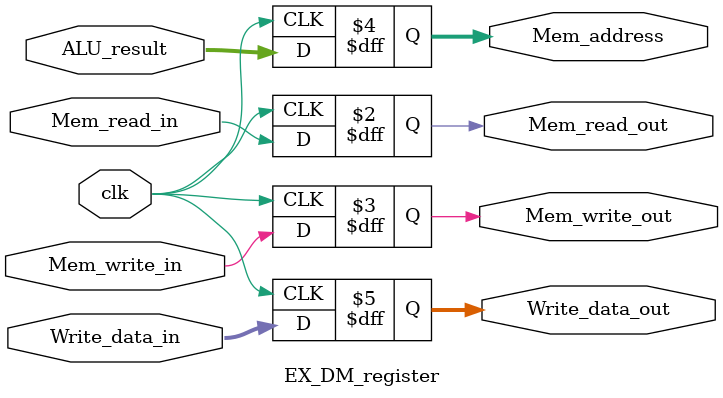
<source format=v>
module EX_DM_register (
    ALU_result, Mem_read_in, Mem_write_in, Write_data_in, Mem_address, Mem_read_out, Mem_write_out, Write_data_out, clk
);

input wire Mem_read_in, Mem_write_in, clk;
input wire [31:0] ALU_result, Write_data_in;
output reg Mem_read_out, Mem_write_out;
output reg [31:0] Mem_address, Write_data_out;

always @(posedge clk)
    begin
        Mem_read_out <= Mem_read_in;
        Mem_write_out <= Mem_write_in;
        Mem_address <= ALU_result;
        Write_data_out <= Write_data_in;
    end
endmodule
</source>
